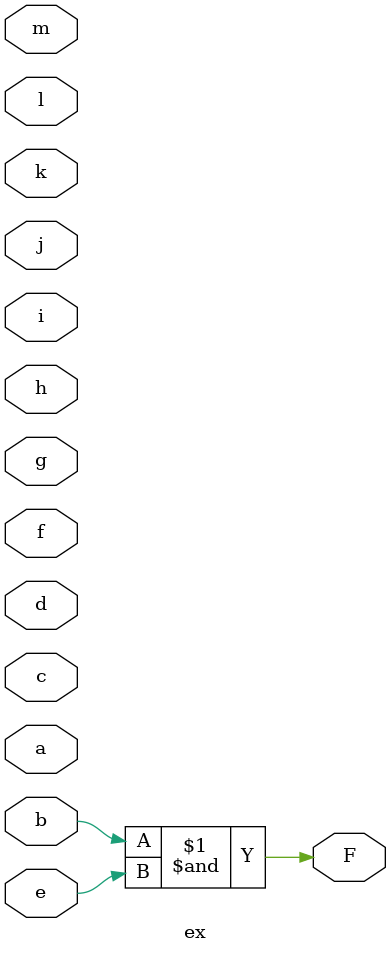
<source format=v>

module ex ( 
    a, b, c, d, e, f, g, h, i, j, k, l, m,
    F  );
  input  a, b, c, d, e, f, g, h, i, j, k, l, m;
  output F;
  assign F = b & e;
endmodule



</source>
